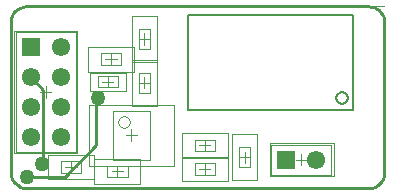
<source format=gbl>
G04*
G04 #@! TF.GenerationSoftware,Altium Limited,Altium Designer,18.1.9 (240)*
G04*
G04 Layer_Physical_Order=2*
G04 Layer_Color=16711680*
%FSLAX25Y25*%
%MOIN*%
G70*
G01*
G75*
%ADD12C,0.01000*%
%ADD13C,0.00197*%
%ADD14C,0.00394*%
%ADD15C,0.00500*%
%ADD30C,0.06102*%
%ADD31R,0.06102X0.06102*%
%ADD32R,0.06102X0.06102*%
%ADD33C,0.05000*%
D12*
X6535Y36898D02*
X10687Y32746D01*
Y8324D02*
Y32746D01*
X10370Y8008D02*
X10687Y8324D01*
X17920Y3747D02*
X28346Y14173D01*
X5378Y3747D02*
X17920D01*
X28346Y29134D02*
X29134Y29921D01*
X28346Y14173D02*
Y29134D01*
X124500Y55500D02*
X124350Y56519D01*
X124005Y57490D01*
X123476Y58375D01*
X122785Y59139D01*
X121959Y59754D01*
X121028Y60196D01*
X120029Y60448D01*
X119000Y60500D01*
X119500Y-0D02*
X120475Y96D01*
X121413Y381D01*
X122278Y843D01*
X123036Y1464D01*
X123657Y2222D01*
X124119Y3087D01*
X124404Y4025D01*
X124500Y5000D01*
X-0Y5000D02*
X96Y4025D01*
X381Y3087D01*
X843Y2222D01*
X1464Y1464D01*
X2222Y843D01*
X3087Y381D01*
X4025Y96D01*
X5000Y0D01*
Y60500D02*
X4025Y60404D01*
X3087Y60119D01*
X2222Y59657D01*
X1464Y59035D01*
X843Y58278D01*
X381Y57413D01*
X96Y56476D01*
X0Y55500D01*
X124500Y5000D02*
Y55500D01*
X5000Y0D02*
X119500D01*
X0Y5000D02*
Y55500D01*
X5000Y60500D02*
X119000D01*
D13*
X60000Y61000D02*
X60500Y60500D01*
X124500D01*
X42539Y35047D02*
X46279D01*
X44409Y33177D02*
Y36917D01*
X48543Y27370D02*
Y42724D01*
X40276Y27370D02*
Y42724D01*
X48543D01*
X40276Y27370D02*
X48543D01*
X86457Y4055D02*
Y14842D01*
X107744D01*
X86457Y4055D02*
X107744D01*
Y14842D01*
X73819Y17913D02*
X82087D01*
X73819Y2559D02*
X82087D01*
Y17913D01*
X73819Y2559D02*
Y17913D01*
X77953Y8366D02*
Y12106D01*
X76083Y10236D02*
X79823D01*
X64567Y4429D02*
Y8169D01*
X62697Y6299D02*
X66437D01*
X56890Y2165D02*
X72244D01*
X56890Y10433D02*
X72244D01*
Y2165D02*
Y10433D01*
X56890Y2165D02*
Y10433D01*
X64567Y12303D02*
Y16043D01*
X62697Y14173D02*
X66437D01*
X56890Y10039D02*
X72244D01*
X56890Y18307D02*
X72244D01*
Y10039D02*
Y18307D01*
X56890Y10039D02*
Y18307D01*
X40276Y57284D02*
X48543D01*
X40276Y41929D02*
X48543D01*
Y57284D01*
X40276Y41929D02*
Y57284D01*
X44409Y47736D02*
Y51476D01*
X42539Y49606D02*
X46279D01*
X1142Y11504D02*
X21929D01*
X1142D02*
Y52291D01*
X21929Y11504D02*
Y52291D01*
X1142D02*
X21929D01*
X33386Y41051D02*
Y44791D01*
X31516Y42921D02*
X35256D01*
X25709Y47055D02*
X41063D01*
X25709Y38787D02*
X41063D01*
X25709D02*
Y47055D01*
X41063Y38787D02*
Y47055D01*
X32303Y33531D02*
Y37272D01*
X30433Y35402D02*
X34173D01*
X26398Y32449D02*
X38209D01*
X26398Y38354D02*
X38209D01*
Y32449D02*
Y38354D01*
X26398Y32449D02*
Y38354D01*
X12323Y2843D02*
Y11110D01*
X27677Y2843D02*
Y11110D01*
X12323D02*
X27677D01*
X12323Y2843D02*
X27677D01*
X18130Y6976D02*
X21870D01*
X20000Y5106D02*
Y8846D01*
X43110Y1378D02*
Y9646D01*
X27756Y1378D02*
Y9646D01*
Y1378D02*
X43110D01*
X27756Y9646D02*
X43110D01*
X33563Y5512D02*
X37303D01*
X35433Y3642D02*
Y7382D01*
X26102Y7291D02*
Y27764D01*
X54252Y7291D02*
Y27764D01*
X26102D02*
X54252D01*
X26102Y7291D02*
X54252D01*
D14*
X39587Y22055D02*
X39323Y23039D01*
X38602Y23760D01*
X37618Y24024D01*
X36634Y23760D01*
X35913Y23039D01*
X35650Y22055D01*
X35913Y21071D01*
X36634Y20350D01*
X37618Y20087D01*
X38602Y20350D01*
X39323Y21071D01*
X39587Y22055D01*
X46279Y31701D02*
Y38394D01*
X42539Y31701D02*
Y38394D01*
X46279D01*
X42539Y31701D02*
X46279D01*
X106850Y4449D02*
Y14449D01*
X86850Y4449D02*
X106850D01*
X86850D02*
Y14449D01*
X106850D01*
X76083Y13681D02*
X79823D01*
X76083Y6791D02*
X79823D01*
Y13681D01*
X76083Y6791D02*
Y13681D01*
X61221Y4429D02*
X67913D01*
X61221Y8169D02*
X67913D01*
Y4429D02*
Y8169D01*
X61221Y4429D02*
Y8169D01*
Y12303D02*
X67913D01*
X61221Y16043D02*
X67913D01*
Y12303D02*
Y16043D01*
X61221Y12303D02*
Y16043D01*
X42539Y53051D02*
X46279D01*
X42539Y46161D02*
X46279D01*
Y53051D01*
X42539Y46161D02*
Y53051D01*
X1535Y11898D02*
X21535D01*
X1535D02*
Y51898D01*
X21535Y11898D02*
Y51898D01*
X1535D02*
X21535D01*
X30039Y44791D02*
X36732D01*
X30039Y41051D02*
X36732D01*
X30039D02*
Y44791D01*
X36732Y41051D02*
Y44791D01*
X28957Y33531D02*
X35650D01*
X28957Y37272D02*
X35650D01*
Y33531D02*
Y37272D01*
X28957Y33531D02*
Y37272D01*
X16555Y5106D02*
Y8846D01*
X23445Y5106D02*
Y8846D01*
X16555D02*
X23445D01*
X16555Y5106D02*
X23445D01*
X38878Y3642D02*
Y7382D01*
X31988Y3642D02*
Y7382D01*
Y3642D02*
X38878D01*
X31988Y7382D02*
X38878D01*
X34075Y9457D02*
Y25598D01*
X46279Y9457D02*
Y25598D01*
X34075D02*
X46279D01*
X34075Y9457D02*
X46279D01*
X96850Y7480D02*
Y11417D01*
X94882Y9449D02*
X98819D01*
X9567Y31898D02*
X13504D01*
X11535Y29929D02*
Y33866D01*
X38209Y17528D02*
X42146D01*
X40177Y15559D02*
Y19496D01*
D15*
X112205Y29921D02*
X111941Y30906D01*
X111221Y31626D01*
X110236Y31890D01*
X109252Y31626D01*
X108531Y30906D01*
X108267Y29921D01*
X108531Y28937D01*
X109252Y28216D01*
X110236Y27952D01*
X111221Y28216D01*
X111941Y28937D01*
X112205Y29921D01*
X59055Y25984D02*
Y57480D01*
X114173D01*
Y25984D02*
Y57480D01*
X59055Y25984D02*
X114173D01*
D30*
X101850Y9449D02*
D03*
X16535Y16898D02*
D03*
X6535D02*
D03*
X16535Y26898D02*
D03*
Y36898D02*
D03*
X6535Y26898D02*
D03*
Y36898D02*
D03*
X16535Y46898D02*
D03*
D31*
X91850Y9449D02*
D03*
D32*
X6535Y46898D02*
D03*
D33*
X10370Y8008D02*
D03*
X5378Y3747D02*
D03*
X29134Y29921D02*
D03*
M02*

</source>
